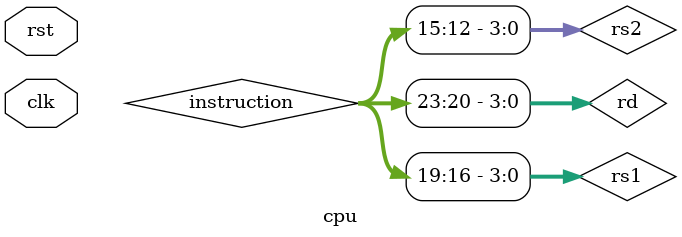
<source format=v>
module cpu (
    input clk,
    input rst
);
    wire [4:0] pc_out;
    wire [31:0] instruction;
    wire [31:0] read_data1, read_data2, alu_result;
    wire zero;

    pc pc_inst (
        .clk(clk),
        .reset(rst),
        .pc_out(pc_out)
    );

    instr_mem imem (
        .addr(pc_out),
        .instr(instruction)
    );

    wire [3:0] rs1      = instruction[19:16];
    wire [3:0] rs2      = instruction[15:12];
    wire [3:0] rd       = instruction[23:20];
    wire [2:0] alu_ctrl = instruction[2:0];

    regfile rf (
        .clk(clk),
        .rst(rst),
        .read_reg1(rs1),
        .read_reg2(rs2),
        .write_reg(rd),
        .write_data(alu_result),
        .reg_write(1'b1),
        .read_data1(read_data1),
        .read_data2(read_data2)
    );

    alu alu_inst (
        .a(read_data1),
        .b(read_data2),
        .alu_ctrl(alu_ctrl),
        .result(alu_result),
        .zero(zero)
    );
endmodule

</source>
